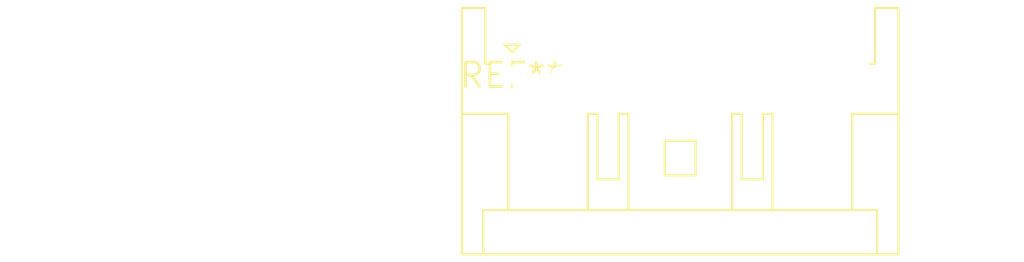
<source format=kicad_pcb>
(kicad_pcb (version 20240108) (generator pcbnew)
  (layers (0 "F.Cu" signal) (31 "B.Cu" signal) (34 "B.Paste" user) (35 "F.Paste" user) (36 "B.SilkS" user "B.Silkscreen") (37 "F.SilkS" user "F.Silkscreen") (38 "B.Mask" user) (39 "F.Mask" user) (44 "Edge.Cuts" user))
  (net 0 "")
  (footprint "JST_XA_S08B-XASK-1N-BN_1x08_P2.50mm_Horizontal" (layer "F.Cu") (at 0 0)
    (property "Reference" "REF**")
    (property "Value" "JST_XA_S08B-XASK-1N-BN_1x08_P2.50mm_Horizontal")
    (fp_line (start -2.61 -3.51) (end -2.61 9.31) (layer "F.SilkS") (stroke (width 0.12)))
    (fp_line (start -2.61 9.31) (end 20.11 9.31) (layer "F.SilkS") (stroke (width 0.12)))
    (fp_line (start -1.5 7.01) (end 19 7.01) (layer "F.SilkS") (stroke (width 0.12)))
    (fp_line (start -1.5 9.31) (end -1.5 7.01) (layer "F.SilkS") (stroke (width 0.12)))
    (fp_line (start -1.39 -3.51) (end -2.61 -3.51) (layer "F.SilkS") (stroke (width 0.12)))
    (fp_line (start -1.39 -0.61) (end -1.39 -3.51) (layer "F.SilkS") (stroke (width 0.12)))
    (fp_line (start -1.11 -0.61) (end -1.39 -0.61) (layer "F.SilkS") (stroke (width 0.12)))
    (fp_line (start -0.4 -1.6) (end 0.4 -1.6) (layer "F.SilkS") (stroke (width 0.12)))
    (fp_line (start -0.2 2) (end -2.61 2) (layer "F.SilkS") (stroke (width 0.12)))
    (fp_line (start -0.2 7.01) (end -0.2 2) (layer "F.SilkS") (stroke (width 0.12)))
    (fp_line (start 0 -1.2) (end -0.4 -1.6) (layer "F.SilkS") (stroke (width 0.12)))
    (fp_line (start 0.4 -1.6) (end 0 -1.2) (layer "F.SilkS") (stroke (width 0.12)))
    (fp_line (start 3.95 2) (end 3.95 7.01) (layer "F.SilkS") (stroke (width 0.12)))
    (fp_line (start 4.45 2) (end 3.95 2) (layer "F.SilkS") (stroke (width 0.12)))
    (fp_line (start 4.45 5.41) (end 4.45 2) (layer "F.SilkS") (stroke (width 0.12)))
    (fp_line (start 5.55 2) (end 5.55 5.41) (layer "F.SilkS") (stroke (width 0.12)))
    (fp_line (start 5.55 5.41) (end 4.45 5.41) (layer "F.SilkS") (stroke (width 0.12)))
    (fp_line (start 6.05 2) (end 5.55 2) (layer "F.SilkS") (stroke (width 0.12)))
    (fp_line (start 6.05 7.01) (end 6.05 2) (layer "F.SilkS") (stroke (width 0.12)))
    (fp_line (start 7.95 3.4) (end 9.55 3.4) (layer "F.SilkS") (stroke (width 0.12)))
    (fp_line (start 7.95 5.2) (end 7.95 3.4) (layer "F.SilkS") (stroke (width 0.12)))
    (fp_line (start 9.55 3.4) (end 9.55 5.2) (layer "F.SilkS") (stroke (width 0.12)))
    (fp_line (start 9.55 5.2) (end 7.95 5.2) (layer "F.SilkS") (stroke (width 0.12)))
    (fp_line (start 11.45 2) (end 11.95 2) (layer "F.SilkS") (stroke (width 0.12)))
    (fp_line (start 11.45 7.01) (end 11.45 2) (layer "F.SilkS") (stroke (width 0.12)))
    (fp_line (start 11.95 2) (end 11.95 5.41) (layer "F.SilkS") (stroke (width 0.12)))
    (fp_line (start 11.95 5.41) (end 13.05 5.41) (layer "F.SilkS") (stroke (width 0.12)))
    (fp_line (start 13.05 2) (end 13.55 2) (layer "F.SilkS") (stroke (width 0.12)))
    (fp_line (start 13.05 5.41) (end 13.05 2) (layer "F.SilkS") (stroke (width 0.12)))
    (fp_line (start 13.55 2) (end 13.55 7.01) (layer "F.SilkS") (stroke (width 0.12)))
    (fp_line (start 17.7 2) (end 20.11 2) (layer "F.SilkS") (stroke (width 0.12)))
    (fp_line (start 17.7 7.01) (end 17.7 2) (layer "F.SilkS") (stroke (width 0.12)))
    (fp_line (start 18.89 -3.51) (end 18.89 -0.61) (layer "F.SilkS") (stroke (width 0.12)))
    (fp_line (start 18.89 -0.61) (end 18.61 -0.61) (layer "F.SilkS") (stroke (width 0.12)))
    (fp_line (start 19 7.01) (end 19 9.31) (layer "F.SilkS") (stroke (width 0.12)))
    (fp_line (start 20.11 -3.51) (end 18.89 -3.51) (layer "F.SilkS") (stroke (width 0.12)))
    (fp_line (start 20.11 9.31) (end 20.11 -3.51) (layer "F.SilkS") (stroke (width 0.12)))
    (pad "1" thru_hole roundrect (at 0 0) (size 1.7 1.95) (drill 0.95) (layers *.Cu *.Mask) (remove_unused_layers) (roundrect_rratio 0.147059))
    (pad "2" thru_hole oval (at 2.5 0) (size 1.7 1.95) (drill 0.95) (layers *.Cu *.Mask) (remove_unused_layers))
    (pad "3" thru_hole oval (at 5 0) (size 1.7 1.95) (drill 0.95) (layers *.Cu *.Mask) (remove_unused_layers))
    (pad "4" thru_hole oval (at 7.5 0) (size 1.7 1.95) (drill 0.95) (layers *.Cu *.Mask) (remove_unused_layers))
    (pad "5" thru_hole oval (at 10 0) (size 1.7 1.95) (drill 0.95) (layers *.Cu *.Mask) (remove_unused_layers))
    (pad "6" thru_hole oval (at 12.5 0) (size 1.7 1.95) (drill 0.95) (layers *.Cu *.Mask) (remove_unused_layers))
    (pad "7" thru_hole oval (at 15 0) (size 1.7 1.95) (drill 0.95) (layers *.Cu *.Mask) (remove_unused_layers))
    (pad "8" thru_hole oval (at 17.5 0) (size 1.7 1.95) (drill 0.95) (layers *.Cu *.Mask) (remove_unused_layers))
  )
)
</source>
